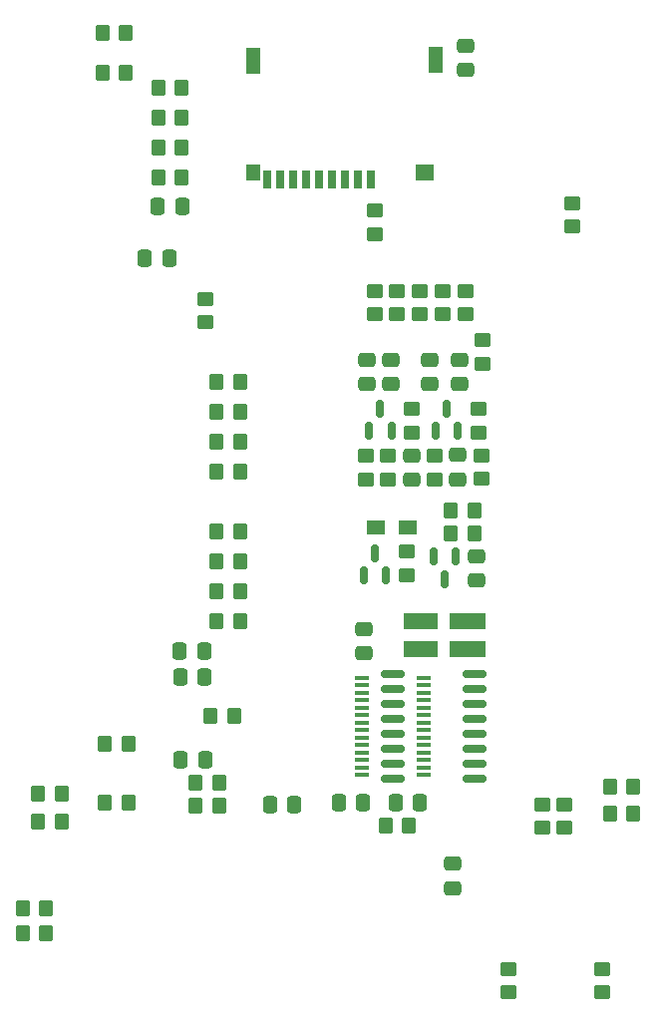
<source format=gbp>
G04 #@! TF.GenerationSoftware,KiCad,Pcbnew,6.0.11-2627ca5db0~126~ubuntu20.04.1*
G04 #@! TF.CreationDate,2024-05-08T21:41:50+05:00*
G04 #@! TF.ProjectId,19RPI24,31395250-4932-4342-9e6b-696361645f70,rev?*
G04 #@! TF.SameCoordinates,Original*
G04 #@! TF.FileFunction,Paste,Bot*
G04 #@! TF.FilePolarity,Positive*
%FSLAX46Y46*%
G04 Gerber Fmt 4.6, Leading zero omitted, Abs format (unit mm)*
G04 Created by KiCad (PCBNEW 6.0.11-2627ca5db0~126~ubuntu20.04.1) date 2024-05-08 21:41:50*
%MOMM*%
%LPD*%
G01*
G04 APERTURE LIST*
G04 Aperture macros list*
%AMRoundRect*
0 Rectangle with rounded corners*
0 $1 Rounding radius*
0 $2 $3 $4 $5 $6 $7 $8 $9 X,Y pos of 4 corners*
0 Add a 4 corners polygon primitive as box body*
4,1,4,$2,$3,$4,$5,$6,$7,$8,$9,$2,$3,0*
0 Add four circle primitives for the rounded corners*
1,1,$1+$1,$2,$3*
1,1,$1+$1,$4,$5*
1,1,$1+$1,$6,$7*
1,1,$1+$1,$8,$9*
0 Add four rect primitives between the rounded corners*
20,1,$1+$1,$2,$3,$4,$5,0*
20,1,$1+$1,$4,$5,$6,$7,0*
20,1,$1+$1,$6,$7,$8,$9,0*
20,1,$1+$1,$8,$9,$2,$3,0*%
G04 Aperture macros list end*
%ADD10RoundRect,0.250000X0.450000X-0.350000X0.450000X0.350000X-0.450000X0.350000X-0.450000X-0.350000X0*%
%ADD11RoundRect,0.250000X0.337500X0.475000X-0.337500X0.475000X-0.337500X-0.475000X0.337500X-0.475000X0*%
%ADD12RoundRect,0.250000X-0.350000X-0.450000X0.350000X-0.450000X0.350000X0.450000X-0.350000X0.450000X0*%
%ADD13RoundRect,0.250000X-0.475000X0.337500X-0.475000X-0.337500X0.475000X-0.337500X0.475000X0.337500X0*%
%ADD14RoundRect,0.250000X0.350000X0.450000X-0.350000X0.450000X-0.350000X-0.450000X0.350000X-0.450000X0*%
%ADD15RoundRect,0.250000X-0.337500X-0.475000X0.337500X-0.475000X0.337500X0.475000X-0.337500X0.475000X0*%
%ADD16RoundRect,0.250000X-0.450000X0.350000X-0.450000X-0.350000X0.450000X-0.350000X0.450000X0.350000X0*%
%ADD17R,1.200000X0.400000*%
%ADD18R,0.700000X1.600000*%
%ADD19R,1.200000X2.200000*%
%ADD20R,1.200000X1.400000*%
%ADD21R,1.600000X1.400000*%
%ADD22RoundRect,0.150000X0.150000X-0.587500X0.150000X0.587500X-0.150000X0.587500X-0.150000X-0.587500X0*%
%ADD23RoundRect,0.150000X-0.150000X0.587500X-0.150000X-0.587500X0.150000X-0.587500X0.150000X0.587500X0*%
%ADD24RoundRect,0.250000X0.475000X-0.337500X0.475000X0.337500X-0.475000X0.337500X-0.475000X-0.337500X0*%
%ADD25R,3.048000X1.392000*%
%ADD26R,2.921000X1.392000*%
%ADD27R,1.600000X1.200000*%
%ADD28RoundRect,0.150000X0.837500X0.150000X-0.837500X0.150000X-0.837500X-0.150000X0.837500X-0.150000X0*%
G04 APERTURE END LIST*
D10*
X58041723Y-68560516D03*
X58041723Y-66560516D03*
D11*
X60727500Y-96012000D03*
X58652500Y-96012000D03*
X40550000Y-45375000D03*
X38475000Y-45375000D03*
D12*
X43450000Y-67925500D03*
X45450000Y-67925500D03*
D10*
X64579971Y-54534598D03*
X64579971Y-52534598D03*
D13*
X61600156Y-58398500D03*
X61600156Y-60473500D03*
D14*
X29000000Y-105000000D03*
X27000000Y-105000000D03*
D12*
X63348989Y-71220002D03*
X65348989Y-71220002D03*
D10*
X60741871Y-54544465D03*
X60741871Y-52544465D03*
D11*
X39461668Y-49740148D03*
X37386668Y-49740148D03*
D15*
X47984500Y-96139000D03*
X50059500Y-96139000D03*
D10*
X62655988Y-54544465D03*
X62655988Y-52544465D03*
D14*
X43661123Y-94328945D03*
X41661123Y-94328945D03*
D10*
X56141234Y-68564000D03*
X56141234Y-66564000D03*
D12*
X43450000Y-62845500D03*
X45450000Y-62845500D03*
D10*
X66090800Y-58734200D03*
X66090800Y-56734200D03*
D16*
X56896000Y-45736000D03*
X56896000Y-47736000D03*
D11*
X42470870Y-85337426D03*
X40395870Y-85337426D03*
D14*
X35782000Y-30607000D03*
X33782000Y-30607000D03*
D17*
X61020000Y-85407500D03*
X61020000Y-86042500D03*
X61020000Y-86677500D03*
X61020000Y-87312500D03*
X61020000Y-87947500D03*
X61020000Y-88582500D03*
X61020000Y-89217500D03*
X61020000Y-89852500D03*
X61020000Y-90487500D03*
X61020000Y-91122500D03*
X61020000Y-91757500D03*
X61020000Y-92392500D03*
X61020000Y-93027500D03*
X61020000Y-93662500D03*
X55820000Y-93662500D03*
X55820000Y-93027500D03*
X55820000Y-92392500D03*
X55820000Y-91757500D03*
X55820000Y-91122500D03*
X55820000Y-90487500D03*
X55820000Y-89852500D03*
X55820000Y-89217500D03*
X55820000Y-88582500D03*
X55820000Y-87947500D03*
X55820000Y-87312500D03*
X55820000Y-86677500D03*
X55820000Y-86042500D03*
X55820000Y-85407500D03*
D18*
X56546954Y-43122081D03*
X55446954Y-43122081D03*
X54346954Y-43122081D03*
X53246954Y-43122081D03*
X52146954Y-43122081D03*
D19*
X46546954Y-33022081D03*
X62046954Y-32922081D03*
D20*
X46546954Y-42522081D03*
D21*
X61146954Y-42522081D03*
D18*
X51046954Y-43122081D03*
X49946954Y-43122081D03*
X48846954Y-43122081D03*
X47746954Y-43122081D03*
D13*
X64609274Y-31712815D03*
X64609274Y-33787815D03*
D22*
X63942000Y-64437500D03*
X62042000Y-64437500D03*
X62992000Y-62562500D03*
D23*
X61878746Y-75127388D03*
X63778746Y-75127388D03*
X62828746Y-77002388D03*
D13*
X63948800Y-66489864D03*
X63948800Y-68564864D03*
D12*
X42958000Y-88646000D03*
X44958000Y-88646000D03*
D16*
X60059180Y-62555978D03*
X60059180Y-64555978D03*
D13*
X55968362Y-81241819D03*
X55968362Y-83316819D03*
D22*
X57865109Y-76672994D03*
X55965109Y-76672994D03*
X56915109Y-74797994D03*
D12*
X57801000Y-97917000D03*
X59801000Y-97917000D03*
D16*
X68215000Y-110125000D03*
X68215000Y-112125000D03*
D10*
X56898598Y-54541109D03*
X56898598Y-52541109D03*
D12*
X27000000Y-107100000D03*
X29000000Y-107100000D03*
X76851000Y-96901000D03*
X78851000Y-96901000D03*
D13*
X56207869Y-58398500D03*
X56207869Y-60473500D03*
D11*
X55901500Y-95984343D03*
X53826500Y-95984343D03*
D13*
X64075555Y-58398500D03*
X64075555Y-60473500D03*
D12*
X43450000Y-60305500D03*
X45450000Y-60305500D03*
D14*
X40503752Y-37845000D03*
X38503752Y-37845000D03*
X40503752Y-40385000D03*
X38503752Y-40385000D03*
D12*
X43450000Y-73005500D03*
X45450000Y-73005500D03*
D14*
X40503752Y-42925000D03*
X38503752Y-42925000D03*
D13*
X63490000Y-101197500D03*
X63490000Y-103272500D03*
D11*
X42500709Y-92374968D03*
X40425709Y-92374968D03*
D12*
X63334781Y-73138065D03*
X65334781Y-73138065D03*
D15*
X40318577Y-83107724D03*
X42393577Y-83107724D03*
D12*
X43450000Y-80625500D03*
X45450000Y-80625500D03*
D10*
X42545000Y-55202064D03*
X42545000Y-53202064D03*
X58811000Y-54541109D03*
X58811000Y-52541109D03*
D12*
X33782000Y-34036000D03*
X35782000Y-34036000D03*
X43450000Y-65385500D03*
X45450000Y-65385500D03*
D10*
X71120000Y-98155000D03*
X71120000Y-96155000D03*
X76200000Y-112125000D03*
X76200000Y-110125000D03*
D12*
X43450000Y-78085500D03*
X45450000Y-78085500D03*
D16*
X59595770Y-74689984D03*
X59595770Y-76689984D03*
D12*
X34000000Y-96000000D03*
X36000000Y-96000000D03*
X76851000Y-94615000D03*
X78851000Y-94615000D03*
D16*
X65701947Y-62553347D03*
X65701947Y-64553347D03*
D12*
X34000000Y-91000000D03*
X36000000Y-91000000D03*
D14*
X30300000Y-95250000D03*
X28300000Y-95250000D03*
D24*
X65549418Y-77138686D03*
X65549418Y-75063686D03*
D25*
X64784193Y-82986932D03*
D26*
X60783693Y-82986932D03*
X60783693Y-80578932D03*
D25*
X64784193Y-80578932D03*
D12*
X43450000Y-75505500D03*
X45450000Y-75505500D03*
D10*
X61965275Y-68535584D03*
X61965275Y-66535584D03*
D27*
X59690000Y-72658621D03*
X57023000Y-72658621D03*
D10*
X65926063Y-68515524D03*
X65926063Y-66515524D03*
D14*
X30306854Y-97573448D03*
X28306854Y-97573448D03*
D28*
X65332500Y-85090000D03*
X65332500Y-86360000D03*
X65332500Y-87630000D03*
X65332500Y-88900000D03*
X65332500Y-90170000D03*
X65332500Y-91440000D03*
X65332500Y-92710000D03*
X65332500Y-93980000D03*
X58407500Y-93980000D03*
X58407500Y-92710000D03*
X58407500Y-91440000D03*
X58407500Y-90170000D03*
X58407500Y-88900000D03*
X58407500Y-87630000D03*
X58407500Y-86360000D03*
X58407500Y-85090000D03*
D14*
X40503752Y-35305000D03*
X38503752Y-35305000D03*
D22*
X58308336Y-64437500D03*
X56408336Y-64437500D03*
X57358336Y-62562500D03*
D10*
X73025000Y-98155000D03*
X73025000Y-96155000D03*
D13*
X58223241Y-58399500D03*
X58223241Y-60474500D03*
X60004588Y-66498084D03*
X60004588Y-68573084D03*
D16*
X73660000Y-45101000D03*
X73660000Y-47101000D03*
D12*
X41665961Y-96281587D03*
X43665961Y-96281587D03*
M02*

</source>
